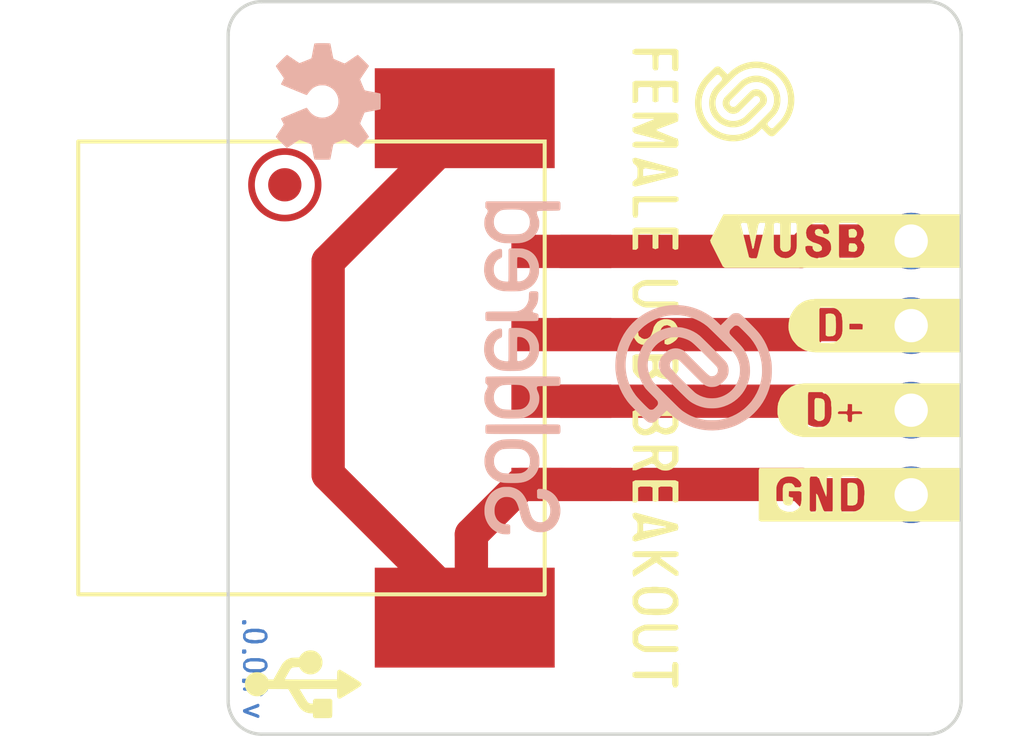
<source format=kicad_pcb>
(kicad_pcb (version 20211014) (generator pcbnew)
  (title_block (title "USB Type A female breakout") (date "2021-04-22") (rev "v1.0.0.") (company "SOLDERED") (comment 1 "333132"))
  (layers (0 "F.Cu" mixed) (31 "B.Cu" signal) (34 "B.Paste" user) (35 "F.Paste" user) (36 "B.SilkS" user "B.Silkscreen") (37 "F.SilkS" user "F.Silkscreen") (38 "B.Mask" user) (39 "F.Mask" user) (44 "Edge.Cuts" user))
  (net 0 "")
  (net 1 "Net-(K1-Pad4)")
  (net 2 "Net-(K1-Pad3)")
  (net 3 "Net-(K1-Pad2)")
  (net 4 "GND")
  (footprint "e-radionica.com footprinti:HOLE_3.2mm" (layer "F.Cu") (at 121.1 112.6 -90)
    (fp_text reference "H1" hide)
    (fp_text value "HOLE_3.2mm" hide)
    (pad "" np_thru_hole circle locked (at 0 0 270) (size 3.2 3.2) (drill 3.2) (layers F&B.Cu *.Mask))
  )
  (footprint "buzzardLabel" (layer "F.Cu") (at 114.9 120.6 -90)
    (fp_text reference "" (at 0 0 90) (layer "F.SilkS") (effects (font (size 1.27 1.27))))
    (fp_text value "" (at 0 0 90) (layer "F.SilkS") (effects (font (size 1.27 1.27))))
  )
  (footprint "buzzardLabel" (layer "F.Cu") (at 124.5 121.87)
    (fp_text reference "" (at 0 0) (layer "F.SilkS") (effects (font (size 1.27 1.27))))
    (fp_text value "" (at 0 0) (layer "F.SilkS") (effects (font (size 1.27 1.27))))
  )
  (footprint "Soldered Graphics:Logo-Front-Soldered-3mm" (layer "F.Cu") (at 117.6 112.6 -90)
    (fp_text reference "G***" hide)
    (fp_text value "LOGO" hide)
  )
  (footprint "Soldered Graphics:Logo-Back-OSH-3.5mm" (layer "F.Cu") (at 105.1 112.6 -90)
    (fp_text reference "G***" hide)
    (fp_text value "LOGO" hide)
  )
  (footprint "Soldered Graphics:Logo-Back-SolderedVERTICAL-10mm" (layer "F.Cu") (at 114.1 120.6 -90)
    (fp_text reference "G***" hide)
    (fp_text value "LOGO" hide)
  )
  (footprint "Soldered Graphics:Symbol-Front-USB" (layer "F.Cu") (at 104.35 130.1 -90)
    (fp_text reference "G***" hide)
    (fp_text value "LOGO" hide)
  )
  (footprint "buzzardLabel" (layer "F.Cu") (at 124.5 119.33)
    (fp_text reference "" (at 0 0) (layer "F.SilkS") (effects (font (size 1.27 1.27))))
    (fp_text value "" (at 0 0) (layer "F.SilkS") (effects (font (size 1.27 1.27))))
  )
  (footprint "buzzardLabel" (layer "F.Cu") (at 124.5 116.79)
    (fp_text reference "" (at 0 0) (layer "F.SilkS") (effects (font (size 1.27 1.27))))
    (fp_text value "" (at 0 0) (layer "F.SilkS") (effects (font (size 1.27 1.27))))
  )
  (footprint "buzzardLabel" (layer "F.Cu") (at 124.5 124.41)
    (fp_text reference "" (at 0 0) (layer "F.SilkS") (effects (font (size 1.27 1.27))))
    (fp_text value "" (at 0 0) (layer "F.SilkS") (effects (font (size 1.27 1.27))))
  )
  (footprint "e-radionica.com footprinti:USB_A_FEMALE_CONECTOR" (layer "F.Cu") (at 112.1 120.6 -90)
    (fp_text reference "K2")
    (fp_text value "USB_A_FEMALE_CONNECTOR")
    (pad "" np_thru_hole circle locked (at -2.5 4.4 270) (size 1.3 1.3) (drill 1.3) (layers F&B.Cu *.Mask))
    (pad "" np_thru_hole circle locked (at 2.5 4.4 270) (size 1.3 1.3) (drill 1.3) (layers F&B.Cu *.Mask))
    (pad "1" smd rect locked (at -3.5 0 270) (size 1 3) (layers "F.Cu" "F.Paste" "F.Mask") (net 1 "Net-(K1-Pad4)"))
    (pad "2" smd rect locked (at -1 0 270) (size 1 3) (layers "F.Cu" "F.Paste" "F.Mask") (net 2 "Net-(K1-Pad3)"))
    (pad "3" smd rect locked (at 1 0 270) (size 1 3) (layers "F.Cu" "F.Paste" "F.Mask") (net 3 "Net-(K1-Pad2)"))
    (pad "4" smd rect locked (at 3.5 0 270) (size 1 3) (layers "F.Cu" "F.Paste" "F.Mask") (net 4 "GND"))
    (pad "5" smd rect locked (at 7.5 2.9 270) (size 3 5.4) (layers "F.Cu" "F.Paste" "F.Mask") (net 4 "GND"))
    (pad "5" smd rect locked (at -7.5 2.9 270) (size 3 5.4) (layers "F.Cu" "F.Paste" "F.Mask") (net 4 "GND"))
  )
  (footprint "e-radionica.com footprinti:HOLE_3.2mm" (layer "F.Cu") (at 121.1 128.6 -90)
    (fp_text reference "H2" hide)
    (fp_text value "HOLE_3.2mm" hide)
    (pad "" np_thru_hole circle locked (at 0 0 270) (size 3.2 3.2) (drill 3.2) (layers F&B.Cu *.Mask))
  )
  (footprint "e-radionica.com footprinti:FIDUCIAL_23" (layer "F.Cu") (at 103.8 115.1 -90)
    (fp_text reference "FD1")
    (fp_text value "FIDUCIAL")
    (fp_circle (center 0 0) (end 1 0) (layer "F.Cu") (width 0.2) (fill none))
    (pad "1" smd circle (at 0 0 270) (size 1 1) (layers "F.Cu" "F.Paste" "F.Mask") (clearance 1.1))
  )
  (footprint "e-radionica.com footprinti:HEADER_MALE_4X1" (layer "B.Cu") (at 122.6 120.6 90)
    (fp_text reference "K1")
    (fp_text value "HEADER_MALE_4X1")
    (pad "1" thru_hole circle locked (at -3.81 0 90) (size 1.7 1.7) (drill 1) (layers *.Cu *.Mask) (net 4 "GND"))
    (pad "2" thru_hole circle locked (at -1.27 0 90) (size 1.7 1.7) (drill 1) (layers *.Cu *.Mask) (net 3 "Net-(K1-Pad2)"))
    (pad "3" thru_hole circle locked (at 1.27 0 90) (size 1.7 1.7) (drill 1) (layers *.Cu *.Mask) (net 2 "Net-(K1-Pad3)"))
    (pad "4" thru_hole circle locked (at 3.81 0 90) (size 1.7 1.7) (drill 1) (layers *.Cu *.Mask) (net 1 "Net-(K1-Pad4)"))
  )
  (footprint "Soldered Graphics:Version1.0.0." (layer "B.Cu") (at 102.9 129.6 90)
    (fp_text reference "" (at 0 0 90) (layer "B.SilkS") (effects (font (size 1.27 1.27)) (justify mirror)))
    (fp_text value "" (at 0 0 90) (layer "B.SilkS") (effects (font (size 1.27 1.27)) (justify mirror)))
    (fp_poly (pts (xy 0.06 -0.35) (xy 0.11 -0.35) (xy 0.17 -0.33) (xy 0.13 -0.28) (xy 0.03 -0.28) (xy -0.01 -0.25) (xy -0.03 -0.2) (xy -0.05 -0.15) (xy -0.05 -0.11) (xy -0.05 0.01) (xy -0.05 0.13) (xy -0.05 0.17) (xy -0.03 0.22) (xy -0.01 0.27) (xy 0.02 0.3) (xy 0.13 0.3) (xy 0.16 0.26) (xy 0.18 0.21) (xy 0.18 0.15) (xy 0.19 0.05) (xy 0.19 -0.08) (xy 0.19 -0.12) (xy 0.18 -0.17) (xy 0.16 -0.22) (xy 0.14 -0.27) (xy 0.14 -0.28) (xy 0.17 -0.32) (xy 0.21 -0.29) (xy 0.24 -0.26) (xy 0.26 -0.22) (xy 0.27 -0.16) (xy 0.28 -0.11) (xy 0.28 -0.06) (xy 0.28 0.06) (xy 0.28 0.12) (xy 0.27 0.17) (xy 0.26 0.22) (xy 0.25 0.27) (xy 0.22 0.3) (xy 0.19 0.34) (xy 0.13 0.37) (xy 0.08 0.38) (xy 0.02 0.38) (xy -0.03 0.35) (xy -0.08 0.31) (xy -0.1 0.28) (xy -0.12 0.23) (xy -0.14 0.18) (xy -0.14 0.13) (xy -0.15 0.08) (xy -0.15 -0.04) (xy -0.14 -0.1) (xy -0.14 -0.14) (xy -0.13 -0.2) (xy -0.11 -0.25) (xy -0.08 -0.28) (xy -0.05 -0.32) (xy 0.01 -0.35) (xy 0.06 -0.35)) (layer "B.Cu") (width 0.01) (fill solid))
    (fp_poly (pts (xy 1.31 -0.38) (xy 1.36 -0.38) (xy 1.41 -0.37) (xy 1.42 -0.33) (xy 1.42 -0.27) (xy 1.38 -0.26) (xy 1.33 -0.26) (xy 1.3 -0.29) (xy 1.3 -0.34) (xy 1.31 -0.38)) (layer "B.Cu") (width 0.01) (fill solid))
    (fp_poly (pts (xy 0.43 -0.38) (xy 0.48 -0.38) (xy 0.54 -0.37) (xy 0.54 -0.33) (xy 0.54 -0.27) (xy 0.5 -0.26) (xy 0.45 -0.26) (xy 0.42 -0.29) (xy 0.42 -0.34) (xy 0.43 -0.38)) (layer "B.Cu") (width 0.01) (fill solid))
    (fp_poly (pts (xy -0.44 -0.38) (xy -0.39 -0.38) (xy -0.34 -0.37) (xy -0.34 -0.33) (xy -0.34 -0.27) (xy -0.38 -0.26) (xy -0.43 -0.26) (xy -0.46 -0.29) (xy -0.46 -0.34) (xy -0.44 -0.38)) (layer "B.Cu") (width 0.01) (fill solid))
    (fp_poly (pts (xy 0.93 -0.35) (xy 0.99 -0.35) (xy 1.04 -0.33) (xy 1.01 -0.28) (xy 0.91 -0.28) (xy 0.87 -0.25) (xy 0.85 -0.2) (xy 0.83 -0.15) (xy 0.83 -0.11) (xy 0.82 0.01) (xy 0.83 0.13) (xy 0.83 0.17) (xy 0.84 0.22) (xy 0.87 0.27) (xy 0.9 0.3) (xy 1.01 0.3) (xy 1.04 0.26) (xy 1.05 0.21) (xy 1.06 0.15) (xy 1.07 0.05) (xy 1.07 -0.08) (xy 1.06 -0.12) (xy 1.06 -0.17) (xy 1.04 -0.22) (xy 1.02 -0.27) (xy 1.01 -0.28) (xy 1.05 -0.32) (xy 1.09 -0.29) (xy 1.12 -0.26) (xy 1.14 -0.22) (xy 1.15 -0.16) (xy 1.16 -0.11) (xy 1.16 -0.06) (xy 1.16 0.06) (xy 1.16 0.12) (xy 1.15 0.17) (xy 1.14 0.22) (xy 1.13 0.27) (xy 1.1 0.3) (xy 1.06 0.34) (xy 1.01 0.37) (xy 0.95 0.38) (xy 0.9 0.38) (xy 0.84 0.35) (xy 0.8 0.31) (xy 0.78 0.28) (xy 0.75 0.23) (xy 0.74 0.18) (xy 0.74 0.13) (xy 0.73 0.08) (xy 0.73 -0.04) (xy 0.73 -0.1) (xy 0.74 -0.14) (xy 0.75 -0.2) (xy 0.77 -0.25) (xy 0.79 -0.28) (xy 0.83 -0.32) (xy 0.89 -0.35) (xy 0.93 -0.35)) (layer "B.Cu") (width 0.01) (fill solid))
    (fp_poly (pts (xy -0.67 -0.35) (xy -0.62 -0.35) (xy -0.6 -0.31) (xy -0.6 0.35) (xy -0.64 0.38) (xy -0.69 0.38) (xy -0.73 0.34) (xy -0.84 0.22) (xy -0.86 0.17) (xy -0.83 0.16) (xy -0.73 0.22) (xy -0.69 0.23) (xy -0.69 -0.31) (xy -0.67 -0.35)) (layer "B.Cu") (width 0.01) (fill solid))
    (fp_poly (pts (xy -1.33 -0.35) (xy -1.27 -0.35) (xy -1.25 -0.31) (xy -1.09 0.1) (xy -1.11 0.13) (xy -1.16 0.13) (xy -1.19 0.1) (xy -1.28 -0.16) (xy -1.3 -0.21) (xy -1.32 -0.17) (xy -1.41 0.09) (xy -1.44 0.13) (xy -1.49 0.13) (xy -1.51 0.1) (xy -1.36 -0.31) (xy -1.33 -0.35)) (layer "B.Cu") (width 0.01) (fill solid))
  )
  (gr_line (start 103.1 109.6) (end 123.1 109.6) (layer "Edge.Cuts") (width 0.1))
  (gr_arc (start 124.1 130.6) (mid 123.807107 131.307107) (end 123.1 131.6) (layer "Edge.Cuts") (width 0.1))
  (gr_line (start 123.1 131.6) (end 103.1 131.6) (layer "Edge.Cuts") (width 0.1))
  (gr_line (start 102.1 130.6) (end 102.1 110.6) (layer "Edge.Cuts") (width 0.1))
  (gr_line (start 124.1 110.6) (end 124.1 130.6) (layer "Edge.Cuts") (width 0.1))
  (gr_arc (start 102.1 110.6) (mid 102.392893 109.892893) (end 103.1 109.6) (layer "Edge.Cuts") (width 0.1))
  (gr_arc (start 123.1 109.6) (mid 123.807107 109.892893) (end 124.1 110.6) (layer "Edge.Cuts") (width 0.1))
  (gr_arc (start 103.1 131.6) (mid 102.392893 131.307107) (end 102.1 130.6) (layer "Edge.Cuts") (width 0.1))
  (segment (start 119.61 116.79) (end 122.6 116.79) (width 1) (layer "F.Cu") (net 1))
  (segment (start 112.1 117.1) (end 119.3 117.1) (width 1) (layer "F.Cu") (net 1))
  (segment (start 119.3 117.1) (end 119.61 116.79) (width 1) (layer "F.Cu") (net 1))
  (segment (start 119.4 119.6) (end 119.7 119.3) (width 1) (layer "F.Cu") (net 2))
  (segment (start 112.1 119.6) (end 119.4 119.6) (width 1) (layer "F.Cu") (net 2))
  (segment (start 122.57 119.3) (end 122.6 119.33) (width 1) (layer "F.Cu") (net 2))
  (segment (start 119.7 119.3) (end 122.57 119.3) (width 1) (layer "F.Cu") (net 2))
  (segment (start 119.77 121.87) (end 122.6 121.87) (width 1) (layer "F.Cu") (net 3))
  (segment (start 119.5 121.6) (end 119.77 121.87) (width 1) (layer "F.Cu") (net 3))
  (segment (start 112.1 121.6) (end 119.5 121.6) (width 1) (layer "F.Cu") (net 3))
  (segment (start 119.61 124.41) (end 122.6 124.41) (width 1) (layer "F.Cu") (net 4))
  (segment (start 105.1 123.8) (end 109.4 128.1) (width 1) (layer "F.Cu") (net 4))
  (segment (start 112.1 124.1) (end 110.9 124.1) (width 1) (layer "F.Cu") (net 4))
  (segment (start 112.1 124.1) (end 119.3 124.1) (width 1) (layer "F.Cu") (net 4))
  (segment (start 109.4 125.6) (end 109.4 128.1) (width 1) (layer "F.Cu") (net 4))
  (segment (start 110.9 124.1) (end 109.4 125.6) (width 1) (layer "F.Cu") (net 4))
  (segment (start 109.4 113.1) (end 105.1 117.4) (width 1) (layer "F.Cu") (net 4))
  (segment (start 119.3 124.1) (end 119.61 124.41) (width 1) (layer "F.Cu") (net 4))
  (segment (start 105.1 117.4) (end 105.1 123.8) (width 1) (layer "F.Cu") (net 4))
)
</source>
